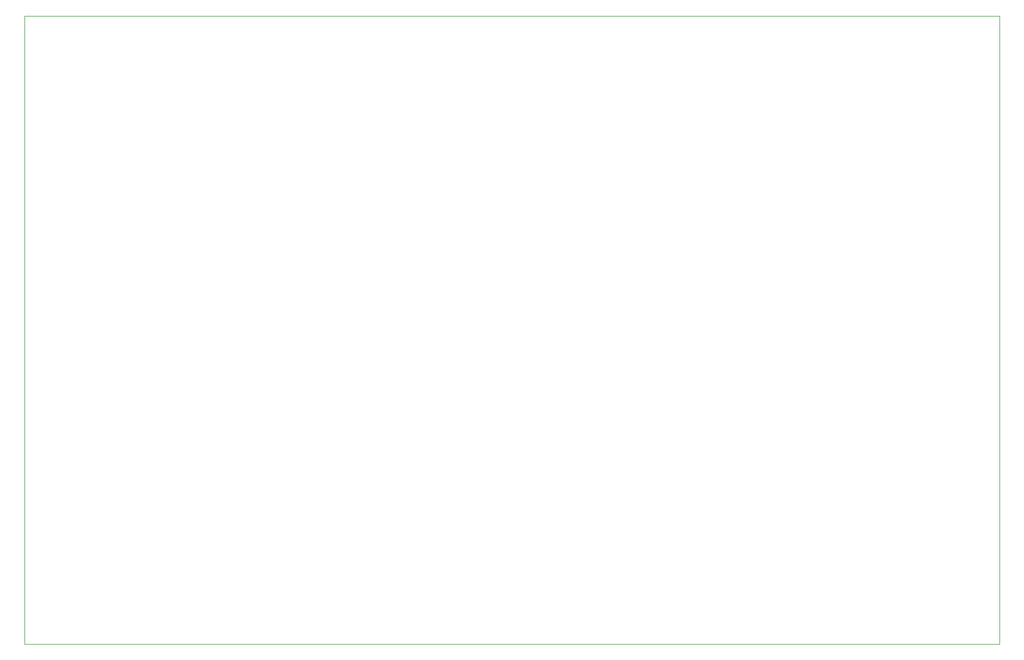
<source format=gbr>
%TF.GenerationSoftware,KiCad,Pcbnew,(6.0.10)*%
%TF.CreationDate,2023-01-17T16:51:49-07:00*%
%TF.ProjectId,MicroPanda,4d696372-6f50-4616-9e64-612e6b696361,rev?*%
%TF.SameCoordinates,Original*%
%TF.FileFunction,Profile,NP*%
%FSLAX46Y46*%
G04 Gerber Fmt 4.6, Leading zero omitted, Abs format (unit mm)*
G04 Created by KiCad (PCBNEW (6.0.10)) date 2023-01-17 16:51:49*
%MOMM*%
%LPD*%
G01*
G04 APERTURE LIST*
%TA.AperFunction,Profile*%
%ADD10C,0.050000*%
%TD*%
G04 APERTURE END LIST*
D10*
X223834000Y-143726000D02*
X68834000Y-143726000D01*
X68834000Y-143726000D02*
X68834000Y-43726000D01*
X68834000Y-43726000D02*
X223834000Y-43726000D01*
X223834000Y-43726000D02*
X223834000Y-143726000D01*
M02*

</source>
